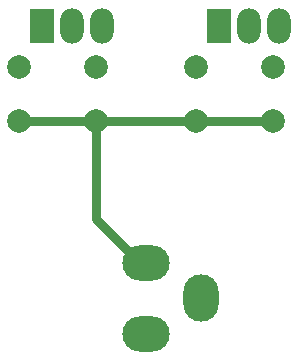
<source format=gbr>
G04 #@! TF.GenerationSoftware,KiCad,Pcbnew,(5.0.2)-1*
G04 #@! TF.CreationDate,2021-07-15T21:47:39+01:00*
G04 #@! TF.ProjectId,KICAD-CN-BAS2-03-03,4b494341-442d-4434-9e2d-424153322d30,rev?*
G04 #@! TF.SameCoordinates,Original*
G04 #@! TF.FileFunction,Copper,L2,Bot*
G04 #@! TF.FilePolarity,Positive*
%FSLAX46Y46*%
G04 Gerber Fmt 4.6, Leading zero omitted, Abs format (unit mm)*
G04 Created by KiCad (PCBNEW (5.0.2)-1) date 15/07/2021 21:47:39*
%MOMM*%
%LPD*%
G01*
G04 APERTURE LIST*
G04 #@! TA.AperFunction,ComponentPad*
%ADD10R,2.000000X3.000000*%
G04 #@! TD*
G04 #@! TA.AperFunction,ComponentPad*
%ADD11O,2.000000X3.000000*%
G04 #@! TD*
G04 #@! TA.AperFunction,ComponentPad*
%ADD12O,4.000000X3.000000*%
G04 #@! TD*
G04 #@! TA.AperFunction,ComponentPad*
%ADD13O,3.000000X4.000000*%
G04 #@! TD*
G04 #@! TA.AperFunction,ComponentPad*
%ADD14C,2.000000*%
G04 #@! TD*
G04 #@! TA.AperFunction,Conductor*
%ADD15C,0.750000*%
G04 #@! TD*
G04 APERTURE END LIST*
D10*
G04 #@! TO.P,J1,1*
G04 #@! TO.N,Net-(J1-Pad1)*
X-8770000Y11225000D03*
D11*
G04 #@! TO.P,J1,2*
G04 #@! TO.N,Net-(J1-Pad2)*
X-6230000Y11225000D03*
G04 #@! TO.P,J1,3*
G04 #@! TO.N,N/C*
X-3690000Y11225000D03*
G04 #@! TD*
D12*
G04 #@! TO.P,J2,2*
G04 #@! TO.N,Net-(J1-Pad2)*
X0Y-14793400D03*
G04 #@! TO.P,J2,1*
G04 #@! TO.N,Net-(J2-Pad1)*
X0Y-8798600D03*
D13*
G04 #@! TO.P,J2,3*
G04 #@! TO.N,Net-(J2-Pad3)*
X4699000Y-11799600D03*
G04 #@! TD*
D11*
G04 #@! TO.P,J3,3*
G04 #@! TO.N,N/C*
X11310000Y11225000D03*
G04 #@! TO.P,J3,2*
G04 #@! TO.N,Net-(J1-Pad2)*
X8770000Y11225000D03*
D10*
G04 #@! TO.P,J3,1*
G04 #@! TO.N,Net-(J3-Pad1)*
X6230000Y11225000D03*
G04 #@! TD*
D14*
G04 #@! TO.P,S1,2*
G04 #@! TO.N,Net-(J2-Pad1)*
X-10750000Y3250000D03*
G04 #@! TO.P,S1,1*
G04 #@! TO.N,Net-(J1-Pad1)*
X-10750000Y7750000D03*
G04 #@! TO.P,S1,2*
G04 #@! TO.N,Net-(J2-Pad1)*
X-4250000Y3250000D03*
G04 #@! TO.P,S1,1*
G04 #@! TO.N,Net-(J1-Pad1)*
X-4250000Y7750000D03*
G04 #@! TD*
G04 #@! TO.P,S2,1*
G04 #@! TO.N,Net-(J3-Pad1)*
X10750000Y7750000D03*
G04 #@! TO.P,S2,2*
G04 #@! TO.N,Net-(J2-Pad1)*
X10750000Y3250000D03*
G04 #@! TO.P,S2,1*
G04 #@! TO.N,Net-(J3-Pad1)*
X4250000Y7750000D03*
G04 #@! TO.P,S2,2*
G04 #@! TO.N,Net-(J2-Pad1)*
X4250000Y3250000D03*
G04 #@! TD*
D15*
G04 #@! TO.N,Net-(J2-Pad1)*
X-10750000Y3250000D02*
X-4250000Y3250000D01*
X-4250000Y3250000D02*
X4250000Y3250000D01*
X4250000Y3250000D02*
X10750000Y3250000D01*
X-500000Y-8798600D02*
X0Y-8798600D01*
X-4250000Y-5048600D02*
X-500000Y-8798600D01*
X-4250000Y3250000D02*
X-4250000Y-5048600D01*
G04 #@! TD*
M02*

</source>
